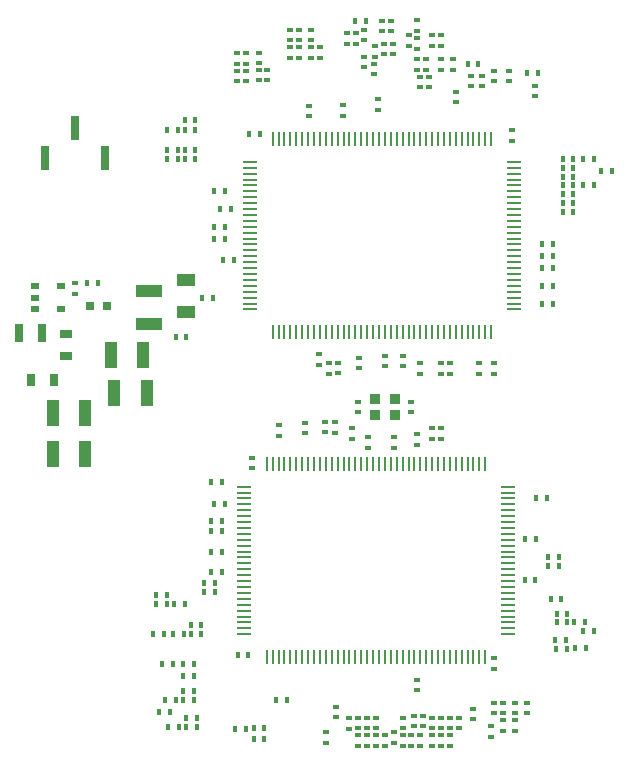
<source format=gtp>
G04 #@! TF.FileFunction,Paste,Top*
%FSLAX46Y46*%
G04 Gerber Fmt 4.6, Leading zero omitted, Abs format (unit mm)*
G04 Created by KiCad (PCBNEW 4.0.2+e4-6225~38~ubuntu14.04.1-stable) date Thu 11 Aug 2016 08:52:07 PM PDT*
%MOMM*%
G01*
G04 APERTURE LIST*
%ADD10C,0.150000*%
%ADD11R,0.320000X0.480000*%
%ADD12R,1.117600X0.711200*%
%ADD13R,0.960000X0.880000*%
%ADD14R,0.711200X1.117600*%
%ADD15R,0.800000X0.560000*%
%ADD16R,0.640000X1.600000*%
%ADD17R,0.224000X1.200000*%
%ADD18R,1.200000X0.224000*%
%ADD19R,0.719328X0.800608*%
%ADD20R,2.160000X1.080000*%
%ADD21R,1.080000X2.160000*%
%ADD22R,1.600000X1.000000*%
%ADD23R,0.480000X0.320000*%
%ADD24R,0.800000X2.032000*%
G04 APERTURE END LIST*
D10*
D11*
X118225000Y-83525000D03*
X117325000Y-83525000D03*
D12*
X108750000Y-100797500D03*
X108750000Y-102702500D03*
D13*
X134900000Y-107700000D03*
X136600000Y-107700000D03*
X134900000Y-106300000D03*
X136600000Y-106300000D03*
D14*
X105797500Y-104750000D03*
X107702500Y-104750000D03*
D15*
X106150000Y-96800000D03*
X106150000Y-97750000D03*
X106150000Y-98700000D03*
X108350000Y-98700000D03*
X108350000Y-96800040D03*
D16*
X106750000Y-100750000D03*
X104750000Y-100750000D03*
D17*
X144750000Y-84300000D03*
X144250000Y-84300000D03*
X143750000Y-84300000D03*
X143250000Y-84300000D03*
X142750000Y-84300000D03*
X142250000Y-84300000D03*
X141750000Y-84300000D03*
X141250000Y-84300000D03*
X140750000Y-84300000D03*
X140250000Y-84300000D03*
X139750000Y-84300000D03*
X139250000Y-84300000D03*
X138750000Y-84300000D03*
X138250000Y-84300000D03*
X137750000Y-84300000D03*
X137250000Y-84300000D03*
X136750000Y-84300000D03*
X136250000Y-84300000D03*
X135750000Y-84300000D03*
X135250000Y-84300000D03*
X134750000Y-84300000D03*
X134250000Y-84300000D03*
X133750000Y-84300000D03*
X133250000Y-84300000D03*
X132750000Y-84300000D03*
X132250000Y-84300000D03*
X131750000Y-84300000D03*
X131250000Y-84300000D03*
X130750000Y-84300000D03*
X130250000Y-84300000D03*
X129750000Y-84300000D03*
X129250000Y-84300000D03*
X128750000Y-84300000D03*
X128250000Y-84300000D03*
X127750000Y-84300000D03*
X127250000Y-84300000D03*
X126750000Y-84300000D03*
X126250000Y-84300000D03*
D18*
X124300000Y-86250000D03*
X124300000Y-86750000D03*
X124300000Y-87250000D03*
X124300000Y-87750000D03*
X124300000Y-88250000D03*
X124300000Y-88750000D03*
X124300000Y-89250000D03*
X124300000Y-89750000D03*
X124300000Y-90250000D03*
X124300000Y-90750000D03*
X124300000Y-91250000D03*
X124300000Y-91750000D03*
X124300000Y-92250000D03*
X124300000Y-92750000D03*
X124300000Y-93250000D03*
X124300000Y-93750000D03*
X124300000Y-94250000D03*
X124300000Y-94750000D03*
X124300000Y-95250000D03*
X124300000Y-95750000D03*
X124300000Y-96250000D03*
X124300000Y-96750000D03*
X124300000Y-97250000D03*
X124300000Y-97750000D03*
X124300000Y-98250000D03*
X124300000Y-98750000D03*
D17*
X126250000Y-100700000D03*
X126750000Y-100700000D03*
X127250000Y-100700000D03*
X127750000Y-100700000D03*
X128250000Y-100700000D03*
X128750000Y-100700000D03*
X129250000Y-100700000D03*
X129750000Y-100700000D03*
X130250000Y-100700000D03*
X130750000Y-100700000D03*
X131250000Y-100700000D03*
X131750000Y-100700000D03*
X132250000Y-100700000D03*
X132750000Y-100700000D03*
X133250000Y-100700000D03*
X133750000Y-100700000D03*
X134250000Y-100700000D03*
X134750000Y-100700000D03*
X135250000Y-100700000D03*
X135750000Y-100700000D03*
X136250000Y-100700000D03*
X136750000Y-100700000D03*
X137250000Y-100700000D03*
X137750000Y-100700000D03*
X138250000Y-100700000D03*
X138750000Y-100700000D03*
X139250000Y-100700000D03*
X139750000Y-100700000D03*
X140250000Y-100700000D03*
X140750000Y-100700000D03*
X141250000Y-100700000D03*
X141750000Y-100700000D03*
X142250000Y-100700000D03*
X142750000Y-100700000D03*
X143250000Y-100700000D03*
X143750000Y-100700000D03*
X144250000Y-100700000D03*
X144750000Y-100700000D03*
D18*
X146700000Y-98750000D03*
X146700000Y-98250000D03*
X146700000Y-97750000D03*
X146700000Y-97250000D03*
X146700000Y-96750000D03*
X146700000Y-96250000D03*
X146700000Y-95750000D03*
X146700000Y-95250000D03*
X146700000Y-94750000D03*
X146700000Y-94250000D03*
X146700000Y-93750000D03*
X146700000Y-93250000D03*
X146700000Y-92750000D03*
X146700000Y-92250000D03*
X146700000Y-91750000D03*
X146700000Y-91250000D03*
X146700000Y-90750000D03*
X146700000Y-90250000D03*
X146700000Y-89750000D03*
X146700000Y-89250000D03*
X146700000Y-88750000D03*
X146700000Y-88250000D03*
X146700000Y-87750000D03*
X146700000Y-87250000D03*
X146700000Y-86750000D03*
X146700000Y-86250000D03*
D17*
X125750000Y-128200000D03*
X126250000Y-128200000D03*
X126750000Y-128200000D03*
X127250000Y-128200000D03*
X127750000Y-128200000D03*
X128250000Y-128200000D03*
X128750000Y-128200000D03*
X129250000Y-128200000D03*
X129750000Y-128200000D03*
X130250000Y-128200000D03*
X130750000Y-128200000D03*
X131250000Y-128200000D03*
X131750000Y-128200000D03*
X132250000Y-128200000D03*
X132750000Y-128200000D03*
X133250000Y-128200000D03*
X133750000Y-128200000D03*
X134250000Y-128200000D03*
X134750000Y-128200000D03*
X135250000Y-128200000D03*
X135750000Y-128200000D03*
X136250000Y-128200000D03*
X136750000Y-128200000D03*
X137250000Y-128200000D03*
X137750000Y-128200000D03*
X138250000Y-128200000D03*
X138750000Y-128200000D03*
X139250000Y-128200000D03*
X139750000Y-128200000D03*
X140250000Y-128200000D03*
X140750000Y-128200000D03*
X141250000Y-128200000D03*
X141750000Y-128200000D03*
X142250000Y-128200000D03*
X142750000Y-128200000D03*
X143250000Y-128200000D03*
X143750000Y-128200000D03*
X144250000Y-128200000D03*
D18*
X146200000Y-126250000D03*
X146200000Y-125750000D03*
X146200000Y-125250000D03*
X146200000Y-124750000D03*
X146200000Y-124250000D03*
X146200000Y-123750000D03*
X146200000Y-123250000D03*
X146200000Y-122750000D03*
X146200000Y-122250000D03*
X146200000Y-121750000D03*
X146200000Y-121250000D03*
X146200000Y-120750000D03*
X146200000Y-120250000D03*
X146200000Y-119750000D03*
X146200000Y-119250000D03*
X146200000Y-118750000D03*
X146200000Y-118250000D03*
X146200000Y-117750000D03*
X146200000Y-117250000D03*
X146200000Y-116750000D03*
X146200000Y-116250000D03*
X146200000Y-115750000D03*
X146200000Y-115250000D03*
X146200000Y-114750000D03*
X146200000Y-114250000D03*
X146200000Y-113750000D03*
D17*
X144250000Y-111800000D03*
X143750000Y-111800000D03*
X143250000Y-111800000D03*
X142750000Y-111800000D03*
X142250000Y-111800000D03*
X141750000Y-111800000D03*
X141250000Y-111800000D03*
X140750000Y-111800000D03*
X140250000Y-111800000D03*
X139750000Y-111800000D03*
X139250000Y-111800000D03*
X138750000Y-111800000D03*
X138250000Y-111800000D03*
X137750000Y-111800000D03*
X137250000Y-111800000D03*
X136750000Y-111800000D03*
X136250000Y-111800000D03*
X135750000Y-111800000D03*
X135250000Y-111800000D03*
X134750000Y-111800000D03*
X134250000Y-111800000D03*
X133750000Y-111800000D03*
X133250000Y-111800000D03*
X132750000Y-111800000D03*
X132250000Y-111800000D03*
X131750000Y-111800000D03*
X131250000Y-111800000D03*
X130750000Y-111800000D03*
X130250000Y-111800000D03*
X129750000Y-111800000D03*
X129250000Y-111800000D03*
X128750000Y-111800000D03*
X128250000Y-111800000D03*
X127750000Y-111800000D03*
X127250000Y-111800000D03*
X126750000Y-111800000D03*
X126250000Y-111800000D03*
X125750000Y-111800000D03*
D18*
X123800000Y-113750000D03*
X123800000Y-114250000D03*
X123800000Y-114750000D03*
X123800000Y-115250000D03*
X123800000Y-115750000D03*
X123800000Y-116250000D03*
X123800000Y-116750000D03*
X123800000Y-117250000D03*
X123800000Y-117750000D03*
X123800000Y-118250000D03*
X123800000Y-118750000D03*
X123800000Y-119250000D03*
X123800000Y-119750000D03*
X123800000Y-120250000D03*
X123800000Y-120750000D03*
X123800000Y-121250000D03*
X123800000Y-121750000D03*
X123800000Y-122250000D03*
X123800000Y-122750000D03*
X123800000Y-123250000D03*
X123800000Y-123750000D03*
X123800000Y-124250000D03*
X123800000Y-124750000D03*
X123800000Y-125250000D03*
X123800000Y-125750000D03*
X123800000Y-126250000D03*
D19*
X110748160Y-98500000D03*
X112251840Y-98500000D03*
D20*
X115800000Y-97225000D03*
X115800000Y-99975000D03*
D21*
X112525000Y-102600000D03*
X115275000Y-102600000D03*
X110375000Y-111000000D03*
X107625000Y-111000000D03*
X112825000Y-105800000D03*
X115575000Y-105800000D03*
X110375000Y-107500000D03*
X107625000Y-107500000D03*
D22*
X118900000Y-96225000D03*
X118900000Y-98975000D03*
D11*
X151850000Y-127400000D03*
X152750000Y-127400000D03*
X151800000Y-125250000D03*
X152700000Y-125250000D03*
X153450000Y-126000000D03*
X152550000Y-126000000D03*
D23*
X145750000Y-133550000D03*
X145750000Y-134450000D03*
X146750000Y-133550000D03*
X146750000Y-134450000D03*
X144750000Y-134950000D03*
X144750000Y-134050000D03*
X140500000Y-134800000D03*
X140500000Y-135700000D03*
X141250000Y-134800000D03*
X141250000Y-135700000D03*
X139750000Y-134800000D03*
X139750000Y-135700000D03*
X137250000Y-134800000D03*
X137250000Y-135700000D03*
X138000000Y-134800000D03*
X138000000Y-135700000D03*
X138750000Y-134800000D03*
X138750000Y-135700000D03*
X133500000Y-134800000D03*
X133500000Y-135700000D03*
X134250000Y-134800000D03*
X134250000Y-135700000D03*
X135000000Y-134800000D03*
X135000000Y-135700000D03*
D11*
X118306000Y-134112000D03*
X117406000Y-134112000D03*
X123950000Y-134300000D03*
X123050000Y-134300000D03*
D23*
X130750000Y-135450000D03*
X130750000Y-134550000D03*
D11*
X117798000Y-128778000D03*
X116898000Y-128778000D03*
X118052000Y-131826000D03*
X117152000Y-131826000D03*
X116644000Y-132842000D03*
X117544000Y-132842000D03*
X117290000Y-123698000D03*
X116390000Y-123698000D03*
X118700000Y-126250000D03*
X117800000Y-126250000D03*
X116136000Y-126238000D03*
X117036000Y-126238000D03*
X118225000Y-86050000D03*
X117325000Y-86050000D03*
X117325000Y-85275000D03*
X118225000Y-85275000D03*
D23*
X125050000Y-77900000D03*
X125050000Y-77000000D03*
X123250000Y-77950000D03*
X123250000Y-77050000D03*
X124000000Y-77050000D03*
X124000000Y-77950000D03*
X129500000Y-75950000D03*
X129500000Y-75050000D03*
X128500000Y-75950000D03*
X128500000Y-75050000D03*
X127750000Y-75950000D03*
X127750000Y-75050000D03*
X134900000Y-77350000D03*
X134900000Y-76450000D03*
X134000000Y-75950000D03*
X134000000Y-75050000D03*
D11*
X133250000Y-74300000D03*
X134150000Y-74300000D03*
D23*
X138500000Y-75150000D03*
X138500000Y-74250000D03*
X135500000Y-75200000D03*
X135500000Y-74300000D03*
X136250000Y-75200000D03*
X136250000Y-74300000D03*
X139750000Y-76450000D03*
X139750000Y-75550000D03*
X139250000Y-78450000D03*
X139250000Y-77550000D03*
X140500000Y-75550000D03*
X140500000Y-76450000D03*
D11*
X147800000Y-78750000D03*
X148700000Y-78750000D03*
X143650000Y-78000000D03*
X142750000Y-78000000D03*
D23*
X148500000Y-80700000D03*
X148500000Y-79800000D03*
D11*
X121200000Y-97750000D03*
X120300000Y-97750000D03*
D23*
X133500000Y-107450000D03*
X133500000Y-106550000D03*
X138000000Y-107450000D03*
X138000000Y-106550000D03*
D11*
X122200000Y-92750000D03*
X121300000Y-92750000D03*
D23*
X146500000Y-84450000D03*
X146500000Y-83550000D03*
X130200000Y-102550000D03*
X130200000Y-103450000D03*
X141750000Y-81200000D03*
X141750000Y-80300000D03*
X133600000Y-102850000D03*
X133600000Y-103750000D03*
X138500000Y-78450000D03*
X138500000Y-77550000D03*
X137300000Y-102650000D03*
X137300000Y-103550000D03*
X135200000Y-81850000D03*
X135200000Y-80950000D03*
X141250000Y-103300000D03*
X141250000Y-104200000D03*
X132200000Y-82350000D03*
X132200000Y-81450000D03*
D11*
X149050000Y-96750000D03*
X149950000Y-96750000D03*
D23*
X129300000Y-82400000D03*
X129300000Y-81500000D03*
D11*
X149050000Y-93250000D03*
X149950000Y-93250000D03*
X125150000Y-83900000D03*
X124250000Y-83900000D03*
X150800000Y-90500000D03*
X151700000Y-90500000D03*
X122200000Y-88750000D03*
X121300000Y-88750000D03*
X150800000Y-89000000D03*
X151700000Y-89000000D03*
X149550000Y-119750000D03*
X150450000Y-119750000D03*
X124200000Y-128000000D03*
X123300000Y-128000000D03*
D23*
X140500000Y-109700000D03*
X140500000Y-108800000D03*
D11*
X127450000Y-131826000D03*
X126550000Y-131826000D03*
D23*
X136500000Y-110450000D03*
X136500000Y-109550000D03*
X131572000Y-132392000D03*
X131572000Y-133292000D03*
X133000000Y-109700000D03*
X133000000Y-108800000D03*
X135750000Y-134800000D03*
X135750000Y-135700000D03*
X129000000Y-109250000D03*
X129000000Y-108350000D03*
X138430000Y-130106000D03*
X138430000Y-131006000D03*
D11*
X122200000Y-115200000D03*
X121300000Y-115200000D03*
D23*
X143200000Y-132550000D03*
X143200000Y-133450000D03*
D11*
X121950000Y-119250000D03*
X121050000Y-119250000D03*
D23*
X145000000Y-128300000D03*
X145000000Y-129200000D03*
D11*
X121950000Y-121000000D03*
X121050000Y-121000000D03*
X149800000Y-123250000D03*
X150700000Y-123250000D03*
X148550000Y-114750000D03*
X149450000Y-114750000D03*
X121354000Y-122682000D03*
X120454000Y-122682000D03*
X154950000Y-87000000D03*
X154050000Y-87000000D03*
X152550000Y-86000000D03*
X153450000Y-86000000D03*
X152550000Y-88250000D03*
X153450000Y-88250000D03*
X151700000Y-88250000D03*
X150800000Y-88250000D03*
X150800000Y-87500000D03*
X151700000Y-87500000D03*
X151700000Y-86000000D03*
X150800000Y-86000000D03*
X150800000Y-86750000D03*
X151700000Y-86750000D03*
X118950000Y-101100000D03*
X118050000Y-101100000D03*
X149050000Y-95250000D03*
X149950000Y-95250000D03*
X150800000Y-89750000D03*
X151700000Y-89750000D03*
X110550000Y-96500000D03*
X111450000Y-96500000D03*
X121354000Y-121920000D03*
X120454000Y-121920000D03*
D23*
X109500000Y-97450000D03*
X109500000Y-96550000D03*
X144000000Y-79850000D03*
X144000000Y-78950000D03*
X143000000Y-78950000D03*
X143000000Y-79850000D03*
X145000000Y-79450000D03*
X145000000Y-78550000D03*
X146250000Y-78550000D03*
X146250000Y-79450000D03*
X131000000Y-103300000D03*
X131000000Y-104200000D03*
D11*
X149550000Y-120500000D03*
X150450000Y-120500000D03*
D23*
X131800000Y-103250000D03*
X131800000Y-104150000D03*
X124500000Y-111300000D03*
X124500000Y-112200000D03*
X135800000Y-102650000D03*
X135800000Y-103550000D03*
D11*
X122200000Y-91750000D03*
X121300000Y-91750000D03*
D23*
X138750000Y-103300000D03*
X138750000Y-104200000D03*
X145000000Y-103300000D03*
X145000000Y-104200000D03*
X140500000Y-103300000D03*
X140500000Y-104200000D03*
X143750000Y-103300000D03*
X143750000Y-104200000D03*
D11*
X149050000Y-98250000D03*
X149950000Y-98250000D03*
D23*
X139500000Y-79950000D03*
X139500000Y-79050000D03*
X138700000Y-79050000D03*
X138700000Y-79950000D03*
X140500000Y-78450000D03*
X140500000Y-77550000D03*
X141500000Y-77550000D03*
X141500000Y-78450000D03*
X136400000Y-77150000D03*
X136400000Y-76250000D03*
X135650000Y-76250000D03*
X135650000Y-77150000D03*
X137750000Y-76450000D03*
X137750000Y-75550000D03*
X138500000Y-75800000D03*
X138500000Y-76700000D03*
X133300000Y-76250000D03*
X133300000Y-75350000D03*
X132500000Y-75350000D03*
X132500000Y-76250000D03*
X134000000Y-78250000D03*
X134000000Y-77350000D03*
X134800000Y-77950000D03*
X134800000Y-78850000D03*
X128500000Y-77450000D03*
X128500000Y-76550000D03*
X127750000Y-76550000D03*
X127750000Y-77450000D03*
X129500000Y-77450000D03*
X129500000Y-76550000D03*
X130250000Y-76550000D03*
X130250000Y-77450000D03*
X124000000Y-79450000D03*
X124000000Y-78550000D03*
X123250000Y-78550000D03*
X123250000Y-79450000D03*
X125050000Y-79350000D03*
X125050000Y-78450000D03*
X125800000Y-78450000D03*
X125800000Y-79350000D03*
D11*
X119700000Y-85275000D03*
X118800000Y-85275000D03*
X118800000Y-86050000D03*
X119700000Y-86050000D03*
X119700000Y-83525000D03*
X118800000Y-83525000D03*
X118800000Y-82750000D03*
X119700000Y-82750000D03*
X120200000Y-125500000D03*
X119300000Y-125500000D03*
X119300000Y-126250000D03*
X120200000Y-126250000D03*
X118814000Y-123698000D03*
X117914000Y-123698000D03*
X116390000Y-122936000D03*
X117290000Y-122936000D03*
D23*
X139750000Y-109700000D03*
X139750000Y-108800000D03*
X138500000Y-110200000D03*
X138500000Y-109300000D03*
X134300000Y-110450000D03*
X134300000Y-109550000D03*
X131500000Y-109200000D03*
X131500000Y-108300000D03*
X130700000Y-109150000D03*
X130700000Y-108250000D03*
X126750000Y-109450000D03*
X126750000Y-108550000D03*
D11*
X121950000Y-113350000D03*
X121050000Y-113350000D03*
X121950000Y-116650000D03*
X121050000Y-116650000D03*
X119576000Y-131064000D03*
X118676000Y-131064000D03*
X118676000Y-131826000D03*
X119576000Y-131826000D03*
X119576000Y-129794000D03*
X118676000Y-129794000D03*
X118676000Y-128778000D03*
X119576000Y-128778000D03*
X125550000Y-134200000D03*
X124650000Y-134200000D03*
X124650000Y-135100000D03*
X125550000Y-135100000D03*
X119830000Y-134112000D03*
X118930000Y-134112000D03*
X118930000Y-133350000D03*
X119830000Y-133350000D03*
D23*
X134250000Y-133300000D03*
X134250000Y-134200000D03*
X135000000Y-134200000D03*
X135000000Y-133300000D03*
X133500000Y-133300000D03*
X133500000Y-134200000D03*
X132700000Y-134250000D03*
X132700000Y-133350000D03*
X138176000Y-133154000D03*
X138176000Y-134054000D03*
X138938000Y-134054000D03*
X138938000Y-133154000D03*
X137250000Y-133300000D03*
X137250000Y-134200000D03*
X136500000Y-135450000D03*
X136500000Y-134550000D03*
X141250000Y-133300000D03*
X141250000Y-134200000D03*
X142000000Y-134200000D03*
X142000000Y-133300000D03*
X140500000Y-133300000D03*
X140500000Y-134200000D03*
X139750000Y-134200000D03*
X139750000Y-133300000D03*
X146750000Y-132050000D03*
X146750000Y-132950000D03*
X147750000Y-132950000D03*
X147750000Y-132050000D03*
X145750000Y-132050000D03*
X145750000Y-132950000D03*
X145000000Y-132950000D03*
X145000000Y-132050000D03*
D11*
X150300000Y-125250000D03*
X151200000Y-125250000D03*
X151200000Y-124500000D03*
X150300000Y-124500000D03*
X150150000Y-126700000D03*
X151050000Y-126700000D03*
X151150000Y-127500000D03*
X150250000Y-127500000D03*
X121050000Y-117550000D03*
X121950000Y-117550000D03*
X148500000Y-121650000D03*
X147600000Y-121650000D03*
X148550000Y-118200000D03*
X147650000Y-118200000D03*
X149950000Y-94200000D03*
X149050000Y-94200000D03*
X121800000Y-90250000D03*
X122700000Y-90250000D03*
X122050000Y-94550000D03*
X122950000Y-94550000D03*
D24*
X107010000Y-85920000D03*
X109550000Y-83380000D03*
X112090000Y-85920000D03*
M02*

</source>
